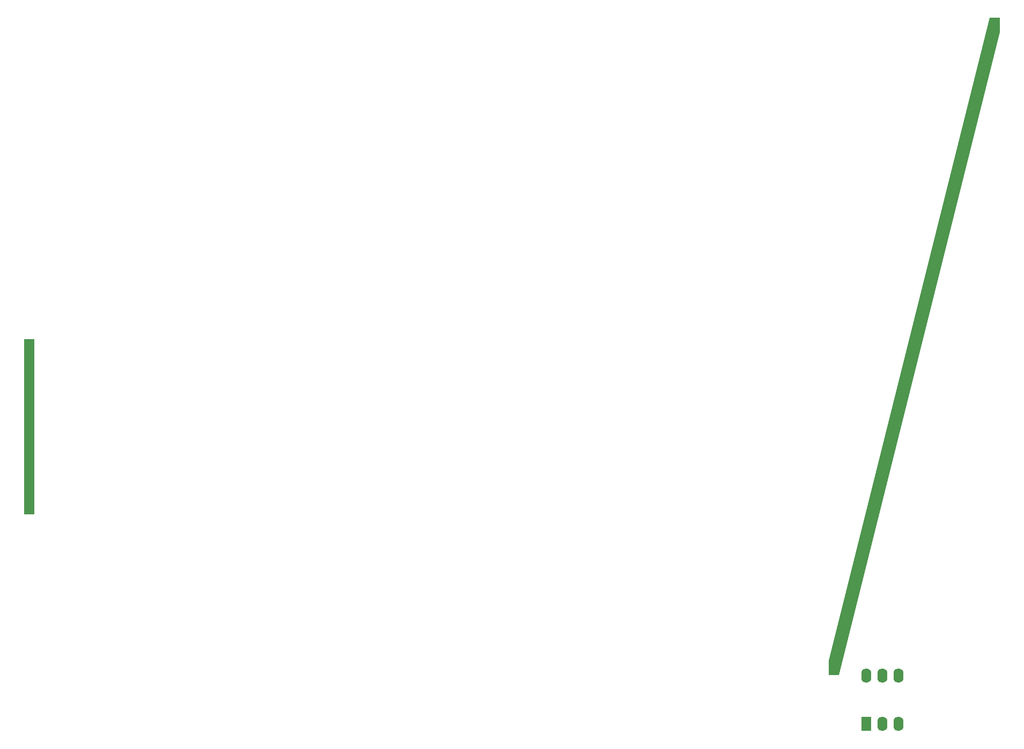
<source format=gtl>
G04 (created by PCBNEW-RS274X *(2011-12-28 BZR 3254)-stable) date 28/01/2012 16:56:33*
G01*
G70*
G90*
%MOIN*%
G04 Gerber Fmt 3.4, Leading zero omitted, Abs format*
%FSLAX34Y34*%
G04 APERTURE LIST*
%ADD10C,0.006000*%
%ADD11R,0.062000X0.090000*%
%ADD12O,0.062000X0.090000*%
G04 APERTURE END LIST*
G54D10*
G54D11*
X52000Y-23500D03*
G54D12*
X53000Y-23500D03*
X54000Y-23500D03*
X54000Y-20500D03*
X53000Y-20500D03*
X52000Y-20500D03*
G54D11*
X50000Y-20000D02*
X60000Y20000D01*
X00000Y00000D02*
X00000Y-10000D01*
M02*
</source>
